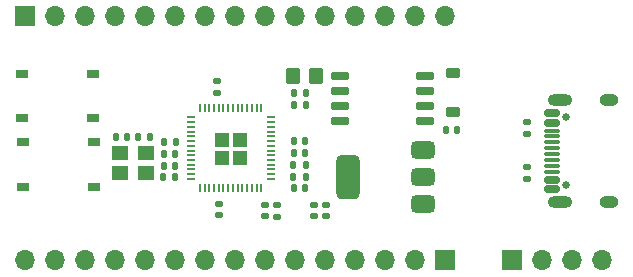
<source format=gbr>
%TF.GenerationSoftware,KiCad,Pcbnew,8.0.8*%
%TF.CreationDate,2025-01-31T11:20:25+01:00*%
%TF.ProjectId,RP2040_Template,52503230-3430-45f5-9465-6d706c617465,rev?*%
%TF.SameCoordinates,Original*%
%TF.FileFunction,Soldermask,Top*%
%TF.FilePolarity,Negative*%
%FSLAX46Y46*%
G04 Gerber Fmt 4.6, Leading zero omitted, Abs format (unit mm)*
G04 Created by KiCad (PCBNEW 8.0.8) date 2025-01-31 11:20:25*
%MOMM*%
%LPD*%
G01*
G04 APERTURE LIST*
G04 Aperture macros list*
%AMRoundRect*
0 Rectangle with rounded corners*
0 $1 Rounding radius*
0 $2 $3 $4 $5 $6 $7 $8 $9 X,Y pos of 4 corners*
0 Add a 4 corners polygon primitive as box body*
4,1,4,$2,$3,$4,$5,$6,$7,$8,$9,$2,$3,0*
0 Add four circle primitives for the rounded corners*
1,1,$1+$1,$2,$3*
1,1,$1+$1,$4,$5*
1,1,$1+$1,$6,$7*
1,1,$1+$1,$8,$9*
0 Add four rect primitives between the rounded corners*
20,1,$1+$1,$2,$3,$4,$5,0*
20,1,$1+$1,$4,$5,$6,$7,0*
20,1,$1+$1,$6,$7,$8,$9,0*
20,1,$1+$1,$8,$9,$2,$3,0*%
G04 Aperture macros list end*
%ADD10C,0.120000*%
%ADD11RoundRect,0.140000X-0.170000X0.140000X-0.170000X-0.140000X0.170000X-0.140000X0.170000X0.140000X0*%
%ADD12RoundRect,0.135000X0.135000X0.185000X-0.135000X0.185000X-0.135000X-0.185000X0.135000X-0.185000X0*%
%ADD13RoundRect,0.140000X0.140000X0.170000X-0.140000X0.170000X-0.140000X-0.170000X0.140000X-0.170000X0*%
%ADD14RoundRect,0.225000X0.375000X-0.225000X0.375000X0.225000X-0.375000X0.225000X-0.375000X-0.225000X0*%
%ADD15RoundRect,0.140000X-0.140000X-0.170000X0.140000X-0.170000X0.140000X0.170000X-0.140000X0.170000X0*%
%ADD16RoundRect,0.250000X0.350000X0.450000X-0.350000X0.450000X-0.350000X-0.450000X0.350000X-0.450000X0*%
%ADD17R,1.000000X0.750000*%
%ADD18R,1.400000X1.200000*%
%ADD19RoundRect,0.140000X0.170000X-0.140000X0.170000X0.140000X-0.170000X0.140000X-0.170000X-0.140000X0*%
%ADD20RoundRect,0.375000X0.625000X0.375000X-0.625000X0.375000X-0.625000X-0.375000X0.625000X-0.375000X0*%
%ADD21RoundRect,0.500000X0.500000X1.400000X-0.500000X1.400000X-0.500000X-1.400000X0.500000X-1.400000X0*%
%ADD22RoundRect,0.135000X0.185000X-0.135000X0.185000X0.135000X-0.185000X0.135000X-0.185000X-0.135000X0*%
%ADD23RoundRect,0.050000X-0.050000X0.330000X-0.050000X-0.330000X0.050000X-0.330000X0.050000X0.330000X0*%
%ADD24RoundRect,0.050000X0.330000X0.050000X-0.330000X0.050000X-0.330000X-0.050000X0.330000X-0.050000X0*%
%ADD25RoundRect,0.135000X-0.135000X-0.185000X0.135000X-0.185000X0.135000X0.185000X-0.135000X0.185000X0*%
%ADD26RoundRect,0.150000X-0.650000X-0.150000X0.650000X-0.150000X0.650000X0.150000X-0.650000X0.150000X0*%
%ADD27RoundRect,0.135000X-0.185000X0.135000X-0.185000X-0.135000X0.185000X-0.135000X0.185000X0.135000X0*%
%ADD28C,0.650000*%
%ADD29RoundRect,0.150000X0.500000X-0.150000X0.500000X0.150000X-0.500000X0.150000X-0.500000X-0.150000X0*%
%ADD30RoundRect,0.075000X0.575000X-0.075000X0.575000X0.075000X-0.575000X0.075000X-0.575000X-0.075000X0*%
%ADD31O,2.100000X1.000000*%
%ADD32O,1.600000X1.000000*%
%ADD33R,1.700000X1.700000*%
%ADD34O,1.700000X1.700000*%
G04 APERTURE END LIST*
D10*
%TO.C,U1*%
X105875000Y-90150000D02*
X104775000Y-90150000D01*
X104775000Y-89050000D01*
X105875000Y-89050000D01*
X105875000Y-90150000D01*
G36*
X105875000Y-90150000D02*
G01*
X104775000Y-90150000D01*
X104775000Y-89050000D01*
X105875000Y-89050000D01*
X105875000Y-90150000D01*
G37*
X105875000Y-91700000D02*
X104775000Y-91700000D01*
X104775000Y-90600000D01*
X105875000Y-90600000D01*
X105875000Y-91700000D01*
G36*
X105875000Y-91700000D02*
G01*
X104775000Y-91700000D01*
X104775000Y-90600000D01*
X105875000Y-90600000D01*
X105875000Y-91700000D01*
G37*
X107425000Y-90150000D02*
X106325000Y-90150000D01*
X106325000Y-89050000D01*
X107425000Y-89050000D01*
X107425000Y-90150000D01*
G36*
X107425000Y-90150000D02*
G01*
X106325000Y-90150000D01*
X106325000Y-89050000D01*
X107425000Y-89050000D01*
X107425000Y-90150000D01*
G37*
X107425000Y-91700000D02*
X106325000Y-91700000D01*
X106325000Y-90600000D01*
X107425000Y-90600000D01*
X107425000Y-91700000D01*
G36*
X107425000Y-91700000D02*
G01*
X106325000Y-91700000D01*
X106325000Y-90600000D01*
X107425000Y-90600000D01*
X107425000Y-91700000D01*
G37*
%TD*%
D11*
%TO.C,C11*%
X105100000Y-95090000D03*
X105100000Y-96050000D03*
%TD*%
D12*
%TO.C,R2*%
X101465200Y-89879000D03*
X100445200Y-89879000D03*
%TD*%
D13*
%TO.C,C12*%
X101415200Y-90879000D03*
X100455200Y-90879000D03*
%TD*%
D12*
%TO.C,R4*%
X112450200Y-92774000D03*
X111430200Y-92774000D03*
%TD*%
D14*
%TO.C,D1*%
X124950000Y-87350000D03*
X124950000Y-84050000D03*
%TD*%
D15*
%TO.C,C14*%
X111500000Y-86750000D03*
X112460000Y-86750000D03*
%TD*%
D16*
%TO.C,R5*%
X113370000Y-84260000D03*
X111370000Y-84260000D03*
%TD*%
D17*
%TO.C,SW2*%
X94520000Y-93635000D03*
X88520000Y-93635000D03*
X94520000Y-89885000D03*
X88520000Y-89885000D03*
%TD*%
D11*
%TO.C,C9*%
X108980200Y-95194000D03*
X108980200Y-96154000D03*
%TD*%
D15*
%TO.C,C6*%
X111470200Y-89799000D03*
X112430200Y-89799000D03*
%TD*%
D18*
%TO.C,Y1*%
X96705200Y-92484000D03*
X98905200Y-92484000D03*
X98905200Y-90784000D03*
X96705200Y-90784000D03*
%TD*%
D11*
%TO.C,C10*%
X110025200Y-95200000D03*
X110025200Y-96160000D03*
%TD*%
D19*
%TO.C,C13*%
X104915200Y-85679000D03*
X104915200Y-84719000D03*
%TD*%
D20*
%TO.C,U2*%
X122370000Y-95092500D03*
X122370000Y-92792500D03*
D21*
X116070000Y-92792500D03*
D20*
X122370000Y-90492500D03*
%TD*%
D22*
%TO.C,R7*%
X131200000Y-92990000D03*
X131200000Y-91970000D03*
%TD*%
D11*
%TO.C,C2*%
X114150000Y-95160000D03*
X114150000Y-96120000D03*
%TD*%
D17*
%TO.C,SW1*%
X88460000Y-84105000D03*
X94460000Y-84105000D03*
X88460000Y-87855000D03*
X94460000Y-87855000D03*
%TD*%
D23*
%TO.C,U1*%
X108700000Y-86990000D03*
X108300000Y-86990000D03*
X107900000Y-86990000D03*
X107500000Y-86990000D03*
X107100000Y-86990000D03*
X106700000Y-86990000D03*
X106300000Y-86990000D03*
X105900000Y-86990000D03*
X105500000Y-86990000D03*
X105100000Y-86990000D03*
X104700000Y-86990000D03*
X104300000Y-86990000D03*
X103900000Y-86990000D03*
X103500000Y-86990000D03*
D24*
X102715000Y-87775000D03*
X102715000Y-88175000D03*
X102715000Y-88575000D03*
X102715000Y-88975000D03*
X102715000Y-89375000D03*
X102715000Y-89775000D03*
X102715000Y-90175000D03*
X102715000Y-90575000D03*
X102715000Y-90975000D03*
X102715000Y-91375000D03*
X102715000Y-91775000D03*
X102715000Y-92175000D03*
X102715000Y-92575000D03*
X102715000Y-92975000D03*
D23*
X103500000Y-93760000D03*
X103900000Y-93760000D03*
X104300000Y-93760000D03*
X104700000Y-93760000D03*
X105100000Y-93760000D03*
X105500000Y-93760000D03*
X105900000Y-93760000D03*
X106300000Y-93760000D03*
X106700000Y-93760000D03*
X107100000Y-93760000D03*
X107500000Y-93760000D03*
X107900000Y-93760000D03*
X108300000Y-93760000D03*
X108700000Y-93760000D03*
D24*
X109485000Y-92975000D03*
X109485000Y-92575000D03*
X109485000Y-92175000D03*
X109485000Y-91775000D03*
X109485000Y-91375000D03*
X109485000Y-90975000D03*
X109485000Y-90575000D03*
X109485000Y-90175000D03*
X109485000Y-89775000D03*
X109485000Y-89375000D03*
X109485000Y-88975000D03*
X109485000Y-88575000D03*
X109485000Y-88175000D03*
X109485000Y-87775000D03*
%TD*%
D15*
%TO.C,C5*%
X96375200Y-89394000D03*
X97335200Y-89394000D03*
%TD*%
%TO.C,C8*%
X111475200Y-93774000D03*
X112435200Y-93774000D03*
%TD*%
D13*
%TO.C,C4*%
X99265200Y-89404000D03*
X98305200Y-89404000D03*
%TD*%
D25*
%TO.C,R6*%
X100415200Y-92854000D03*
X101435200Y-92854000D03*
%TD*%
D15*
%TO.C,C1*%
X124330000Y-88800000D03*
X125290000Y-88800000D03*
%TD*%
D12*
%TO.C,R3*%
X112450200Y-91774000D03*
X111430200Y-91774000D03*
%TD*%
D26*
%TO.C,U4*%
X115380000Y-84275000D03*
X115380000Y-85545000D03*
X115380000Y-86815000D03*
X115380000Y-88085000D03*
X122580000Y-88085000D03*
X122580000Y-86815000D03*
X122580000Y-85545000D03*
X122580000Y-84275000D03*
%TD*%
D15*
%TO.C,C15*%
X111475200Y-90774000D03*
X112435200Y-90774000D03*
%TD*%
D12*
%TO.C,R1*%
X112520000Y-85740000D03*
X111500000Y-85740000D03*
%TD*%
D13*
%TO.C,C7*%
X101415200Y-91854000D03*
X100455200Y-91854000D03*
%TD*%
D11*
%TO.C,C3*%
X113160000Y-95150000D03*
X113160000Y-96110000D03*
%TD*%
D27*
%TO.C,R8*%
X131175000Y-88190000D03*
X131175000Y-89210000D03*
%TD*%
D28*
%TO.C,J3*%
X134470000Y-93520000D03*
X134470000Y-87740000D03*
D29*
X133330000Y-93830000D03*
X133330000Y-93030000D03*
D30*
X133330000Y-91880000D03*
X133330000Y-90880000D03*
X133330000Y-90380000D03*
X133330000Y-89380000D03*
D29*
X133330000Y-88230000D03*
X133330000Y-87430000D03*
X133330000Y-87430000D03*
X133330000Y-88230000D03*
D30*
X133330000Y-88880000D03*
X133330000Y-89880000D03*
X133330000Y-91380000D03*
X133330000Y-92380000D03*
D29*
X133330000Y-93030000D03*
X133330000Y-93830000D03*
D31*
X133970000Y-94950000D03*
D32*
X138150000Y-94950000D03*
D31*
X133970000Y-86310000D03*
D32*
X138150000Y-86310000D03*
%TD*%
D33*
%TO.C,J5*%
X129940000Y-99870000D03*
D34*
X132480000Y-99870000D03*
X135020000Y-99870000D03*
X137560000Y-99870000D03*
%TD*%
D33*
%TO.C,J2*%
X124270000Y-99800000D03*
D34*
X121730000Y-99800000D03*
X119190000Y-99800000D03*
X116650000Y-99800000D03*
X114110000Y-99800000D03*
X111570000Y-99800000D03*
X109030000Y-99800000D03*
X106490000Y-99800000D03*
X103950000Y-99800000D03*
X101410000Y-99800000D03*
X98870000Y-99800000D03*
X96330000Y-99800000D03*
X93790000Y-99800000D03*
X91250000Y-99800000D03*
X88710000Y-99800000D03*
%TD*%
D33*
%TO.C,J1*%
X88720000Y-79200000D03*
D34*
X91260000Y-79200000D03*
X93800000Y-79200000D03*
X96340000Y-79200000D03*
X98880000Y-79200000D03*
X101420000Y-79200000D03*
X103960000Y-79200000D03*
X106500000Y-79200000D03*
X109040000Y-79200000D03*
X111580000Y-79200000D03*
X114120000Y-79200000D03*
X116660000Y-79200000D03*
X119200000Y-79200000D03*
X121740000Y-79200000D03*
X124280000Y-79200000D03*
%TD*%
M02*

</source>
